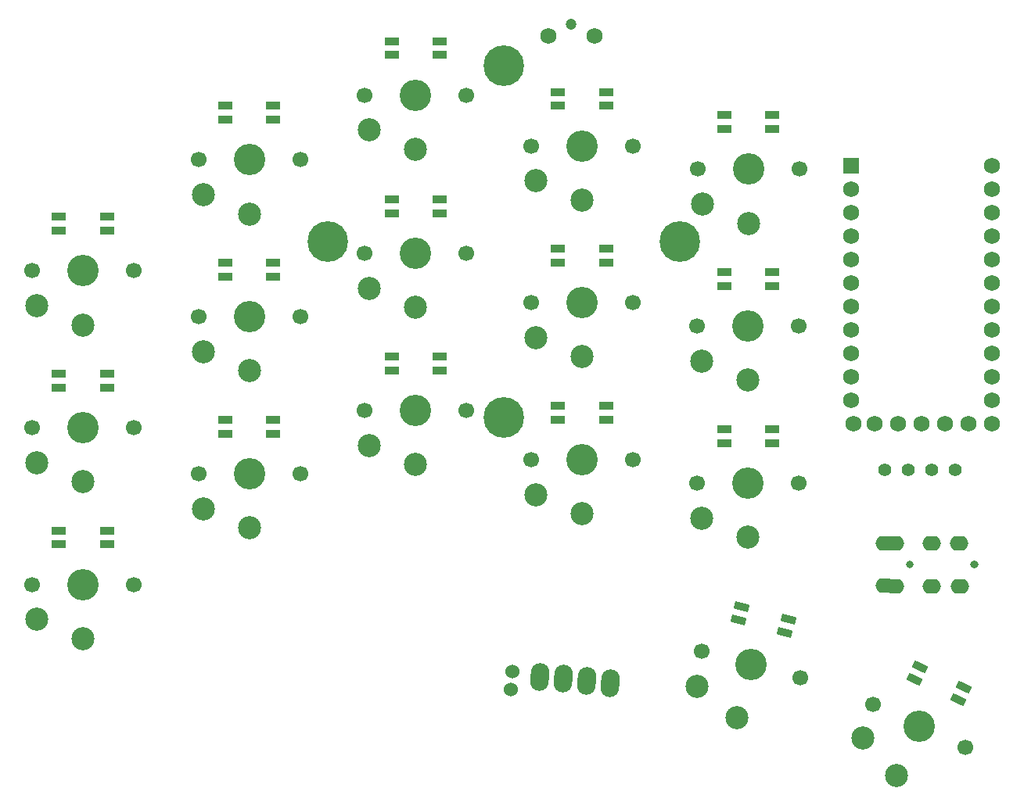
<source format=gbr>
%TF.GenerationSoftware,KiCad,Pcbnew,(6.0.0)*%
%TF.CreationDate,2022-05-06T00:59:20-07:00*%
%TF.ProjectId,half-swept,68616c66-2d73-4776-9570-742e6b696361,rev?*%
%TF.SameCoordinates,Original*%
%TF.FileFunction,Soldermask,Bot*%
%TF.FilePolarity,Negative*%
%FSLAX46Y46*%
G04 Gerber Fmt 4.6, Leading zero omitted, Abs format (unit mm)*
G04 Created by KiCad (PCBNEW (6.0.0)) date 2022-05-06 00:59:20*
%MOMM*%
%LPD*%
G01*
G04 APERTURE LIST*
G04 Aperture macros list*
%AMRoundRect*
0 Rectangle with rounded corners*
0 $1 Rounding radius*
0 $2 $3 $4 $5 $6 $7 $8 $9 X,Y pos of 4 corners*
0 Add a 4 corners polygon primitive as box body*
4,1,4,$2,$3,$4,$5,$6,$7,$8,$9,$2,$3,0*
0 Add four circle primitives for the rounded corners*
1,1,$1+$1,$2,$3*
1,1,$1+$1,$4,$5*
1,1,$1+$1,$6,$7*
1,1,$1+$1,$8,$9*
0 Add four rect primitives between the rounded corners*
20,1,$1+$1,$2,$3,$4,$5,0*
20,1,$1+$1,$4,$5,$6,$7,0*
20,1,$1+$1,$6,$7,$8,$9,0*
20,1,$1+$1,$8,$9,$2,$3,0*%
%AMHorizOval*
0 Thick line with rounded ends*
0 $1 width*
0 $2 $3 position (X,Y) of the first rounded end (center of the circle)*
0 $4 $5 position (X,Y) of the second rounded end (center of the circle)*
0 Add line between two ends*
20,1,$1,$2,$3,$4,$5,0*
0 Add two circle primitives to create the rounded ends*
1,1,$1,$2,$3*
1,1,$1,$4,$5*%
G04 Aperture macros list end*
%ADD10O,2.000000X1.600000*%
%ADD11C,0.800000*%
%ADD12C,1.750000*%
%ADD13C,1.200000*%
%ADD14C,2.500000*%
%ADD15C,1.700000*%
%ADD16C,3.400000*%
%ADD17C,4.400000*%
%ADD18RoundRect,0.082000X-0.608642X0.502656X-0.778427X-0.130992X0.608642X-0.502656X0.778427X0.130992X0*%
%ADD19RoundRect,0.082000X-0.718000X0.328000X-0.718000X-0.328000X0.718000X-0.328000X0.718000X0.328000X0*%
%ADD20HorizOval,1.524000X0.000000X0.000000X0.000000X0.000000X0*%
%ADD21C,1.524000*%
%ADD22HorizOval,2.000000X0.043578X0.498097X-0.043578X-0.498097X0*%
%ADD23RoundRect,0.082000X-0.512110X0.600709X-0.789348X0.006171X0.512110X-0.600709X0.789348X-0.006171X0*%
%ADD24C,1.752600*%
%ADD25R,1.752600X1.752600*%
%ADD26C,1.397000*%
G04 APERTURE END LIST*
D10*
%TO.C,J2*%
X117187658Y-75249388D03*
X114187658Y-75249388D03*
X110187658Y-75249388D03*
X109087658Y-70649388D03*
D11*
X118787658Y-72949388D03*
X111787658Y-72949388D03*
%TD*%
D12*
%TO.C,RSW1*%
X77644655Y-15641890D03*
X72644655Y-15641890D03*
D13*
X75144655Y-14431890D03*
%TD*%
D14*
%TO.C,SW2*%
X17319655Y-44879388D03*
X22319655Y-46979388D03*
D15*
X27819655Y-41079388D03*
D16*
X22319655Y-41079388D03*
D15*
X16819655Y-41079388D03*
%TD*%
D14*
%TO.C,SW3*%
X35319658Y-32879387D03*
X40319658Y-34979387D03*
D15*
X34819658Y-29079387D03*
X45819658Y-29079387D03*
D16*
X40319658Y-29079387D03*
%TD*%
D14*
%TO.C,SW4*%
X53319655Y-25879388D03*
X58319655Y-27979388D03*
D16*
X58319655Y-22079388D03*
D15*
X52819655Y-22079388D03*
X63819655Y-22079388D03*
%TD*%
D14*
%TO.C,SW5*%
X71319655Y-31379387D03*
X76319655Y-33479387D03*
D16*
X76319655Y-27579387D03*
D15*
X81819655Y-27579387D03*
X70819655Y-27579387D03*
%TD*%
D14*
%TO.C,SW6*%
X89319655Y-33879388D03*
X94319655Y-35979388D03*
D15*
X88819655Y-30079388D03*
X99819655Y-30079388D03*
D16*
X94319655Y-30079388D03*
%TD*%
D14*
%TO.C,SW8*%
X17319656Y-61879388D03*
X22319656Y-63979388D03*
D16*
X22319656Y-58079388D03*
D15*
X27819656Y-58079388D03*
X16819656Y-58079388D03*
%TD*%
D14*
%TO.C,SW9*%
X35319656Y-49853388D03*
X40319656Y-51953388D03*
D16*
X40319656Y-46053388D03*
D15*
X34819656Y-46053388D03*
X45819656Y-46053388D03*
%TD*%
D14*
%TO.C,SW10*%
X53319658Y-42995387D03*
X58319658Y-45095387D03*
D15*
X52819658Y-39195387D03*
D16*
X58319658Y-39195387D03*
D15*
X63819658Y-39195387D03*
%TD*%
D14*
%TO.C,SW11*%
X71319658Y-48329390D03*
X76319658Y-50429390D03*
D15*
X70819658Y-44529390D03*
D16*
X76319658Y-44529390D03*
D15*
X81819658Y-44529390D03*
%TD*%
D14*
%TO.C,SW12*%
X89299655Y-50869388D03*
X94299655Y-52969388D03*
D15*
X88799655Y-47069388D03*
D16*
X94299655Y-47069388D03*
D15*
X99799655Y-47069388D03*
%TD*%
D14*
%TO.C,SW14*%
X17319656Y-78879388D03*
X22319656Y-80979388D03*
D15*
X16819656Y-75079388D03*
X27819656Y-75079388D03*
D16*
X22319656Y-75079388D03*
%TD*%
D14*
%TO.C,SW15*%
X35319655Y-66871386D03*
X40319655Y-68971386D03*
D15*
X45819655Y-63071386D03*
X34819655Y-63071386D03*
D16*
X40319655Y-63071386D03*
%TD*%
D14*
%TO.C,SW16*%
X53319654Y-60013387D03*
X58319654Y-62113387D03*
D15*
X63819654Y-56213387D03*
X52819654Y-56213387D03*
D16*
X58319654Y-56213387D03*
%TD*%
D14*
%TO.C,SW17*%
X71319656Y-65347389D03*
X76319656Y-67447389D03*
D15*
X81819656Y-61547389D03*
X70819656Y-61547389D03*
D16*
X76319656Y-61547389D03*
%TD*%
D14*
%TO.C,SW18*%
X89299658Y-67887388D03*
X94299658Y-69987388D03*
D16*
X94299658Y-64087388D03*
D15*
X88799658Y-64087388D03*
X99799658Y-64087388D03*
%TD*%
D14*
%TO.C,SW21*%
X106685182Y-91732427D03*
X110329222Y-95748765D03*
D15*
X117807363Y-92725949D03*
D16*
X112822670Y-90401549D03*
D15*
X107837977Y-88077149D03*
%TD*%
D17*
%TO.C,REF\u002A\u002A*%
X67819656Y-18929388D03*
X86869656Y-37979388D03*
X48769656Y-37979388D03*
X67819656Y-57029388D03*
%TD*%
D18*
%TO.C,D12*%
X98639976Y-78820968D03*
X98251748Y-80269857D03*
X93228933Y-78923998D03*
X93617162Y-77475109D03*
%TD*%
D19*
%TO.C,D16*%
X42919658Y-23249387D03*
X42919658Y-24749387D03*
X37719658Y-24749387D03*
X37719658Y-23249387D03*
%TD*%
%TO.C,D8*%
X60919654Y-50383387D03*
X60919654Y-51883387D03*
X55719654Y-51883387D03*
X55719654Y-50383387D03*
%TD*%
D20*
%TO.C,SW7*%
X68824041Y-84474887D03*
D21*
X68649730Y-86467277D03*
D22*
X79373124Y-85749150D03*
X76842790Y-85527774D03*
X74312455Y-85306398D03*
X71782121Y-85085023D03*
%TD*%
D19*
%TO.C,D2*%
X60919655Y-16249388D03*
X60919655Y-17749388D03*
X55719655Y-17749388D03*
X55719655Y-16249388D03*
%TD*%
D23*
%TO.C,D15*%
X117642935Y-86216582D03*
X117009007Y-87576044D03*
X112296207Y-85378429D03*
X112930134Y-84018967D03*
%TD*%
D19*
%TO.C,D11*%
X78919656Y-55717389D03*
X78919656Y-57217389D03*
X73719656Y-57217389D03*
X73719656Y-55717389D03*
%TD*%
D24*
%TO.C,U2*%
X118149655Y-57686138D03*
X115609655Y-57686138D03*
X113069655Y-57686138D03*
X110529655Y-57686138D03*
X107989655Y-57686138D03*
X120689655Y-29746138D03*
X120689655Y-32286138D03*
X120689655Y-34826138D03*
X120689655Y-37366138D03*
X120689655Y-39906138D03*
X120689655Y-42446138D03*
X120689655Y-44986138D03*
X120689655Y-47526138D03*
X120689655Y-50066138D03*
X120689655Y-52606138D03*
X120689655Y-55146138D03*
X120689655Y-57686138D03*
X105678255Y-57686138D03*
X105449655Y-55146138D03*
X105449655Y-52606138D03*
X105449655Y-50066138D03*
X105449655Y-47526138D03*
X105449655Y-44986138D03*
X105449655Y-42446138D03*
X105449655Y-39906138D03*
X105449655Y-37366138D03*
X105449655Y-34826138D03*
X105449655Y-32286138D03*
D25*
X105449655Y-29746138D03*
%TD*%
D19*
%TO.C,D14*%
X78919658Y-38699390D03*
X78919658Y-40199390D03*
X73719658Y-40199390D03*
X73719658Y-38699390D03*
%TD*%
%TO.C,D10*%
X42919655Y-57241386D03*
X42919655Y-58741386D03*
X37719655Y-58741386D03*
X37719655Y-57241386D03*
%TD*%
%TO.C,D1*%
X24919655Y-35249388D03*
X24919655Y-36749388D03*
X19719655Y-36749388D03*
X19719655Y-35249388D03*
%TD*%
%TO.C,D9*%
X96899658Y-58257388D03*
X96899658Y-59757388D03*
X91699658Y-59757388D03*
X91699658Y-58257388D03*
%TD*%
%TO.C,D17*%
X78919655Y-21749387D03*
X78919655Y-23249387D03*
X73719655Y-23249387D03*
X73719655Y-21749387D03*
%TD*%
%TO.C,D4*%
X24919653Y-52299388D03*
X24919653Y-53799388D03*
X19719653Y-53799388D03*
X19719653Y-52299388D03*
%TD*%
%TO.C,D3*%
X96919655Y-24249388D03*
X96919655Y-25749388D03*
X91719655Y-25749388D03*
X91719655Y-24249388D03*
%TD*%
%TO.C,D7*%
X24919656Y-69249388D03*
X24919656Y-70749388D03*
X19719656Y-70749388D03*
X19719656Y-69249388D03*
%TD*%
D26*
%TO.C,OL1*%
X116679657Y-62659388D03*
X114139657Y-62659388D03*
X111599657Y-62659388D03*
X109059657Y-62659388D03*
%TD*%
D14*
%TO.C,SW1*%
X88806512Y-86155809D03*
X93092622Y-89478348D03*
D16*
X94619654Y-83779386D03*
D15*
X99932246Y-85202891D03*
X89307062Y-82355881D03*
%TD*%
D19*
%TO.C,D5*%
X60919658Y-33365387D03*
X60919658Y-34865387D03*
X55719658Y-34865387D03*
X55719658Y-33365387D03*
%TD*%
%TO.C,D6*%
X96899655Y-41239388D03*
X96899655Y-42739388D03*
X91699655Y-42739388D03*
X91699655Y-41239388D03*
%TD*%
%TO.C,D13*%
X42919656Y-40223388D03*
X42919656Y-41723388D03*
X37719656Y-41723388D03*
X37719656Y-40223388D03*
%TD*%
D10*
%TO.C,J1*%
X117169657Y-70629388D03*
X114169657Y-70629388D03*
X110169657Y-70629388D03*
X109069657Y-75229388D03*
D11*
X111769657Y-72929388D03*
X118769657Y-72929388D03*
%TD*%
M02*

</source>
